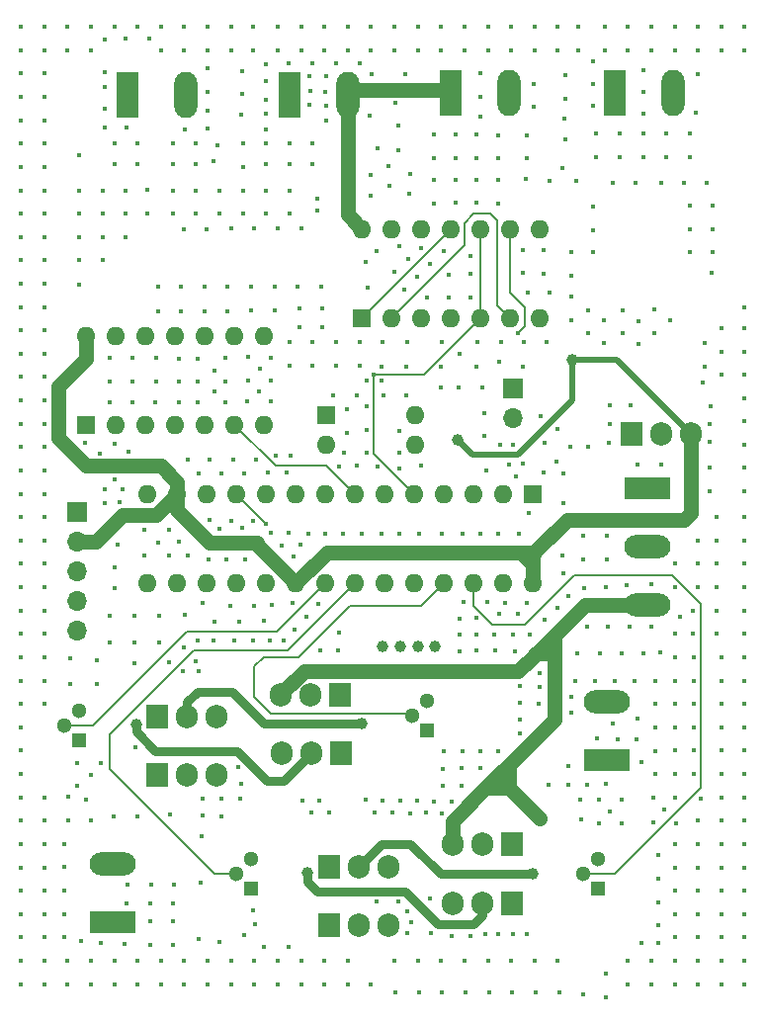
<source format=gbr>
%TF.GenerationSoftware,KiCad,Pcbnew,(6.0.2)*%
%TF.CreationDate,2022-03-08T08:53:00-06:00*%
%TF.ProjectId,FundamentalsRobot,46756e64-616d-4656-9e74-616c73526f62,rev?*%
%TF.SameCoordinates,Original*%
%TF.FileFunction,Copper,L4,Bot*%
%TF.FilePolarity,Positive*%
%FSLAX46Y46*%
G04 Gerber Fmt 4.6, Leading zero omitted, Abs format (unit mm)*
G04 Created by KiCad (PCBNEW (6.0.2)) date 2022-03-08 08:53:00*
%MOMM*%
%LPD*%
G01*
G04 APERTURE LIST*
%TA.AperFunction,ComponentPad*%
%ADD10R,1.905000X2.000000*%
%TD*%
%TA.AperFunction,ComponentPad*%
%ADD11O,1.905000X2.000000*%
%TD*%
%TA.AperFunction,ComponentPad*%
%ADD12R,1.300000X1.300000*%
%TD*%
%TA.AperFunction,ComponentPad*%
%ADD13C,1.300000*%
%TD*%
%TA.AperFunction,ComponentPad*%
%ADD14R,1.700000X1.700000*%
%TD*%
%TA.AperFunction,ComponentPad*%
%ADD15O,1.700000X1.700000*%
%TD*%
%TA.AperFunction,ComponentPad*%
%ADD16R,1.600000X1.600000*%
%TD*%
%TA.AperFunction,ComponentPad*%
%ADD17O,1.600000X1.600000*%
%TD*%
%TA.AperFunction,ComponentPad*%
%ADD18R,1.980000X3.960000*%
%TD*%
%TA.AperFunction,ComponentPad*%
%ADD19O,1.980000X3.960000*%
%TD*%
%TA.AperFunction,ComponentPad*%
%ADD20R,3.960000X1.980000*%
%TD*%
%TA.AperFunction,ComponentPad*%
%ADD21O,3.960000X1.980000*%
%TD*%
%TA.AperFunction,ComponentPad*%
%ADD22C,1.000000*%
%TD*%
%TA.AperFunction,ViaPad*%
%ADD23C,0.450000*%
%TD*%
%TA.AperFunction,ViaPad*%
%ADD24C,1.000000*%
%TD*%
%TA.AperFunction,Conductor*%
%ADD25C,1.270000*%
%TD*%
%TA.AperFunction,Conductor*%
%ADD26C,0.508000*%
%TD*%
%TA.AperFunction,Conductor*%
%ADD27C,0.762000*%
%TD*%
%TA.AperFunction,Conductor*%
%ADD28C,0.152400*%
%TD*%
%TA.AperFunction,Conductor*%
%ADD29C,0.146812*%
%TD*%
G04 APERTURE END LIST*
D10*
%TO.P,U2,1,IN*%
%TO.N,+BATT*%
X150320000Y-90860000D03*
D11*
%TO.P,U2,2,GND*%
%TO.N,GND*%
X152860000Y-90860000D03*
%TO.P,U2,3,OUT*%
%TO.N,+5V*%
X155400000Y-90860000D03*
%TD*%
D10*
%TO.P,Q4,1,G*%
%TO.N,LN2G*%
X125400000Y-118220000D03*
D11*
%TO.P,Q4,2,D*%
%TO.N,LM_NEG*%
X122860000Y-118220000D03*
%TO.P,Q4,3,S*%
%TO.N,GND*%
X120320000Y-118220000D03*
%TD*%
D12*
%TO.P,Q12,1,E*%
%TO.N,GND*%
X147440000Y-129775000D03*
D13*
%TO.P,Q12,2,B*%
%TO.N,RM_CCW*%
X146170000Y-128505000D03*
%TO.P,Q12,3,C*%
%TO.N,RP2G*%
X147440000Y-127235000D03*
%TD*%
D14*
%TO.P,SW1,1,1*%
%TO.N,GND*%
X140190000Y-86995000D03*
D15*
%TO.P,SW1,2,2*%
%TO.N,~MCLR*%
X140190000Y-89535000D03*
%TD*%
D16*
%TO.P,U1,1*%
%TO.N,L!Q*%
X127225000Y-80965000D03*
D17*
%TO.P,U1,2*%
%TO.N,LRST*%
X129765000Y-80965000D03*
%TO.P,U1,3*%
%TO.N,LQ*%
X132305000Y-80965000D03*
%TO.P,U1,4*%
%TO.N,R!Q*%
X134845000Y-80965000D03*
%TO.P,U1,5*%
%TO.N,RQ*%
X137385000Y-80965000D03*
%TO.P,U1,6*%
%TO.N,LRST*%
X139925000Y-80965000D03*
%TO.P,U1,7,GND*%
%TO.N,GND*%
X142465000Y-80965000D03*
%TO.P,U1,8*%
%TO.N,RSET*%
X142465000Y-73345000D03*
%TO.P,U1,9*%
%TO.N,R!Q*%
X139925000Y-73345000D03*
%TO.P,U1,10*%
%TO.N,RQ*%
X137385000Y-73345000D03*
%TO.P,U1,11*%
%TO.N,L!Q*%
X134845000Y-73345000D03*
%TO.P,U1,12*%
%TO.N,LSET*%
X132305000Y-73345000D03*
%TO.P,U1,13*%
%TO.N,LQ*%
X129765000Y-73345000D03*
%TO.P,U1,14,VCC*%
%TO.N,+5V*%
X127225000Y-73345000D03*
%TD*%
D12*
%TO.P,Q1,1,E*%
%TO.N,GND*%
X103020000Y-117130000D03*
D13*
%TO.P,Q1,2,B*%
%TO.N,LM_CW*%
X101750000Y-115860000D03*
%TO.P,Q1,3,C*%
%TO.N,LP1G*%
X103020000Y-114590000D03*
%TD*%
D18*
%TO.P,J5,1,Pin_1*%
%TO.N,LL_RH*%
X107160000Y-61790000D03*
D19*
%TO.P,J5,2,Pin_2*%
%TO.N,GND*%
X112160000Y-61790000D03*
%TD*%
D20*
%TO.P,J1,1,Pin_1*%
%TO.N,GND*%
X151680000Y-95505000D03*
D21*
%TO.P,J1,2,Pin_2*%
%TO.N,+BATT*%
X151680000Y-100505000D03*
%TO.P,J1,3,Pin_3*%
%TO.N,+8V*%
X151680000Y-105505000D03*
%TD*%
D18*
%TO.P,J6,1,Pin_1*%
%TO.N,GND*%
X148835000Y-61670000D03*
D19*
%TO.P,J6,2,Pin_2*%
%TO.N,RL_RH*%
X153835000Y-61670000D03*
%TD*%
D10*
%TO.P,Q10,1,G*%
%TO.N,RN2G*%
X140060000Y-131070000D03*
D11*
%TO.P,Q10,2,D*%
%TO.N,RM_NEG*%
X137520000Y-131070000D03*
%TO.P,Q10,3,S*%
%TO.N,GND*%
X134980000Y-131070000D03*
%TD*%
D10*
%TO.P,Q5,1,G*%
%TO.N,LP2G*%
X125380000Y-113205000D03*
D11*
%TO.P,Q5,2,S*%
%TO.N,LM_NEG*%
X122840000Y-113205000D03*
%TO.P,Q5,3,D*%
%TO.N,+8V*%
X120300000Y-113205000D03*
%TD*%
D20*
%TO.P,J8,1,Pin_1*%
%TO.N,RM_POS*%
X148200000Y-118815000D03*
D21*
%TO.P,J8,2,Pin_2*%
%TO.N,RM_NEG*%
X148200000Y-113815000D03*
%TD*%
D12*
%TO.P,Q6,1,E*%
%TO.N,GND*%
X132770000Y-116245000D03*
D13*
%TO.P,Q6,2,B*%
%TO.N,LM_CCW*%
X131500000Y-114975000D03*
%TO.P,Q6,3,C*%
%TO.N,LP2G*%
X132770000Y-113705000D03*
%TD*%
D18*
%TO.P,J7,1,Pin_1*%
%TO.N,+5V*%
X134845000Y-61670000D03*
D19*
%TO.P,J7,2,Pin_2*%
%TO.N,RSET*%
X139845000Y-61670000D03*
%TD*%
D10*
%TO.P,Q9,1,G*%
%TO.N,RN1G*%
X124370000Y-132950000D03*
D11*
%TO.P,Q9,2,D*%
%TO.N,RM_POS*%
X126910000Y-132950000D03*
%TO.P,Q9,3,S*%
%TO.N,GND*%
X129450000Y-132950000D03*
%TD*%
D14*
%TO.P,J3,1,Pin_1*%
%TO.N,~MCLR*%
X102810000Y-97590000D03*
D15*
%TO.P,J3,2,Pin_2*%
%TO.N,+5V*%
X102810000Y-100130000D03*
%TO.P,J3,3,Pin_3*%
%TO.N,GND*%
X102810000Y-102670000D03*
%TO.P,J3,4,Pin_4*%
%TO.N,TX*%
X102810000Y-105210000D03*
%TO.P,J3,5,Pin_5*%
%TO.N,RX*%
X102810000Y-107750000D03*
%TD*%
D10*
%TO.P,Q3,1,G*%
%TO.N,LN1G*%
X109710000Y-120120000D03*
D11*
%TO.P,Q3,2,D*%
%TO.N,LM_POS*%
X112250000Y-120120000D03*
%TO.P,Q3,3,S*%
%TO.N,GND*%
X114790000Y-120120000D03*
%TD*%
D12*
%TO.P,Q7,1,E*%
%TO.N,GND*%
X117730000Y-129840000D03*
D13*
%TO.P,Q7,2,B*%
%TO.N,RM_CW*%
X116460000Y-128570000D03*
%TO.P,Q7,3,C*%
%TO.N,RP1G*%
X117730000Y-127300000D03*
%TD*%
D22*
%TO.P,D1,1,RA*%
%TO.N,RL*%
X128990000Y-109030000D03*
%TO.P,D1,2,GA*%
%TO.N,GL*%
X131990000Y-109030000D03*
%TO.P,D1,3,BA*%
%TO.N,BL*%
X133490000Y-109030000D03*
%TO.P,D1,4,K*%
%TO.N,GND*%
X130490000Y-109030000D03*
%TD*%
D18*
%TO.P,J2,1,Pin_1*%
%TO.N,LSET*%
X120985000Y-61820000D03*
D19*
%TO.P,J2,2,Pin_2*%
%TO.N,+5V*%
X125985000Y-61820000D03*
%TD*%
D10*
%TO.P,Q11,1,G*%
%TO.N,RP2G*%
X140050000Y-126040000D03*
D11*
%TO.P,Q11,2,S*%
%TO.N,RM_NEG*%
X137510000Y-126040000D03*
%TO.P,Q11,3,D*%
%TO.N,+8V*%
X134970000Y-126040000D03*
%TD*%
D10*
%TO.P,Q2,1,G*%
%TO.N,LP1G*%
X109700000Y-115095000D03*
D11*
%TO.P,Q2,2,S*%
%TO.N,LM_POS*%
X112240000Y-115095000D03*
%TO.P,Q2,3,D*%
%TO.N,+8V*%
X114780000Y-115095000D03*
%TD*%
D16*
%TO.P,U3,1,~MCLR*%
%TO.N,~MCLR*%
X141860000Y-96045000D03*
D17*
%TO.P,U3,2,EMUD3/AN0/Vref+/CN2/RB0*%
%TO.N,LQ*%
X139320000Y-96045000D03*
%TO.P,U3,3,EMUC3/AN1/VREF-/CN3/RB1*%
%TO.N,TP3*%
X136780000Y-96045000D03*
%TO.P,U3,4,AN2/SS1/LVDIN/CN4/RB2*%
%TO.N,TP4*%
X134240000Y-96045000D03*
%TO.P,U3,5,AN3/CN5/RB3*%
%TO.N,RQ*%
X131700000Y-96045000D03*
%TO.P,U3,6,AN4/CN6/RB4*%
%TO.N,LRST*%
X129160000Y-96045000D03*
%TO.P,U3,7,AN5/CN7/RB5*%
%TO.N,BQ*%
X126620000Y-96045000D03*
%TO.P,U3,8,GND*%
%TO.N,GND*%
X124080000Y-96045000D03*
%TO.P,U3,9,OSC1/CLKI*%
X121540000Y-96045000D03*
%TO.P,U3,10,OSC2/CLKO/RC15*%
X119000000Y-96045000D03*
%TO.P,U3,11,EMUD1/SOSCI/T2CK/U1ATX/CN1/RC13*%
%TO.N,R_LIGHT*%
X116460000Y-96045000D03*
%TO.P,U3,12,EMUC1/SOSCO/T1CK/U1ARX/CN0/RC14*%
%TO.N,L_LIGHT*%
X113920000Y-96045000D03*
%TO.P,U3,13,VDD*%
%TO.N,+5V*%
X111380000Y-96045000D03*
%TO.P,U3,14,IC2/INT2/RD9*%
%TO.N,GND*%
X108840000Y-96045000D03*
%TO.P,U3,15,EMUC2/IC1/INT1/RD8*%
X108840000Y-103665000D03*
%TO.P,U3,16,SCK1/INT0/RF6*%
X111380000Y-103665000D03*
%TO.P,U3,17,PGD/EMUD/U1TX/SDO1/SCL/RF3*%
%TO.N,TX*%
X113920000Y-103665000D03*
%TO.P,U3,18,PGC/EMUC/U1RX/SDI1/SDA/RF2*%
%TO.N,RX*%
X116460000Y-103665000D03*
%TO.P,U3,19,GND*%
%TO.N,GND*%
X119000000Y-103665000D03*
%TO.P,U3,20,VDD*%
%TO.N,+5V*%
X121540000Y-103665000D03*
%TO.P,U3,21,CN18/RF5*%
%TO.N,LM_CW*%
X124080000Y-103665000D03*
%TO.P,U3,22,CN17/RF4*%
%TO.N,RM_CW*%
X126620000Y-103665000D03*
%TO.P,U3,23,AN9/OC2/RB9*%
%TO.N,RLED*%
X129160000Y-103665000D03*
%TO.P,U3,24,AN8/OC1/RB8*%
%TO.N,BLED*%
X131700000Y-103665000D03*
%TO.P,U3,25,EMUD2/AN7/RB7*%
%TO.N,LM_CCW*%
X134240000Y-103665000D03*
%TO.P,U3,26,AN6/OCFA/RB6*%
%TO.N,RM_CCW*%
X136780000Y-103665000D03*
%TO.P,U3,27,AGND*%
%TO.N,GND*%
X139320000Y-103665000D03*
%TO.P,U3,28,AVDD*%
%TO.N,+5V*%
X141860000Y-103665000D03*
%TD*%
D16*
%TO.P,U4,1*%
%TO.N,LQ*%
X103565000Y-90065000D03*
D17*
%TO.P,U4,2*%
%TO.N,RQ*%
X106105000Y-90065000D03*
%TO.P,U4,3*%
%TO.N,L!RNAND*%
X108645000Y-90065000D03*
%TO.P,U4,4*%
X111185000Y-90065000D03*
%TO.P,U4,5*%
%TO.N,B!Q*%
X113725000Y-90065000D03*
%TO.P,U4,6*%
%TO.N,BQ*%
X116265000Y-90065000D03*
%TO.P,U4,7,GND*%
%TO.N,GND*%
X118805000Y-90065000D03*
%TO.P,U4,8*%
%TO.N,B!Q*%
X118805000Y-82445000D03*
%TO.P,U4,9*%
%TO.N,BQ*%
X116265000Y-82445000D03*
%TO.P,U4,10*%
%TO.N,!LRST*%
X113725000Y-82445000D03*
%TO.P,U4,11*%
X111185000Y-82445000D03*
%TO.P,U4,12*%
%TO.N,LRST*%
X108645000Y-82445000D03*
%TO.P,U4,13*%
X106105000Y-82445000D03*
%TO.P,U4,14,VCC*%
%TO.N,+5V*%
X103565000Y-82445000D03*
%TD*%
D10*
%TO.P,Q8,1,G*%
%TO.N,RP1G*%
X124370000Y-127940000D03*
D11*
%TO.P,Q8,2,S*%
%TO.N,RM_POS*%
X126910000Y-127940000D03*
%TO.P,Q8,3,D*%
%TO.N,+8V*%
X129450000Y-127940000D03*
%TD*%
D16*
%TO.P,SW2,1*%
%TO.N,GND*%
X124125000Y-89270000D03*
D17*
%TO.P,SW2,2*%
X124125000Y-91810000D03*
%TO.P,SW2,3*%
%TO.N,TP4*%
X131745000Y-91810000D03*
%TO.P,SW2,4*%
%TO.N,TP3*%
X131745000Y-89270000D03*
%TD*%
D20*
%TO.P,J4,1,Pin_1*%
%TO.N,LM_POS*%
X105870000Y-132700000D03*
D21*
%TO.P,J4,2,Pin_2*%
%TO.N,LM_NEG*%
X105870000Y-127700000D03*
%TD*%
D23*
%TO.N,GND*%
X123400000Y-71700000D03*
X127970000Y-70440000D03*
X129610000Y-69640000D03*
X127990000Y-68720000D03*
X100000000Y-106000000D03*
X160000000Y-58000000D03*
X100000000Y-72000000D03*
X156000000Y-102000000D03*
X116000000Y-136000000D03*
X137700000Y-89060000D03*
X117000000Y-66000000D03*
X106030000Y-104040000D03*
X147950000Y-81090000D03*
X131920000Y-122310000D03*
X159950000Y-83810000D03*
X106000000Y-138000000D03*
X118000000Y-138000000D03*
X159990000Y-91770000D03*
X151340000Y-109690000D03*
X150630000Y-69380000D03*
X122730000Y-62660000D03*
X160000000Y-128000000D03*
X122000000Y-56000000D03*
X139520000Y-105320000D03*
X138880000Y-118030000D03*
X131330000Y-68560000D03*
X155670000Y-110000000D03*
X158000000Y-126000000D03*
X158000000Y-118000000D03*
X127000000Y-83000000D03*
X108000000Y-136000000D03*
X100000000Y-80000000D03*
X160000000Y-108000000D03*
X154000000Y-130000000D03*
X113600000Y-122150000D03*
X107150000Y-129470000D03*
X100000000Y-124000000D03*
X121470000Y-107630000D03*
X126780000Y-87540000D03*
X144420000Y-101290000D03*
X115190000Y-122150000D03*
X121000000Y-67730000D03*
X106020000Y-102300000D03*
X147480000Y-124210000D03*
X106990000Y-56980000D03*
X124000000Y-138000000D03*
X119000000Y-62220000D03*
X104000000Y-136000000D03*
X111940000Y-109190000D03*
X116750000Y-122150000D03*
X113720000Y-78250000D03*
X152580000Y-126970000D03*
X152310000Y-112010000D03*
X127610000Y-90500000D03*
X156000000Y-132000000D03*
X145490000Y-112030000D03*
X107580000Y-84390000D03*
X102040000Y-123980000D03*
X152000000Y-138000000D03*
X140560000Y-106260000D03*
X107970000Y-123610000D03*
X127180000Y-99430000D03*
X132000000Y-58000000D03*
X155810000Y-63340000D03*
X115990000Y-73290000D03*
X100000000Y-98000000D03*
X133100000Y-133620000D03*
X147300000Y-67140000D03*
X139100000Y-83000000D03*
X146480000Y-107370000D03*
X159950000Y-87810000D03*
X146980000Y-62760000D03*
X119000000Y-66000000D03*
X139800000Y-93490000D03*
X156000000Y-134000000D03*
X159950000Y-81810000D03*
X132800000Y-79220000D03*
X114030000Y-64740000D03*
X120000000Y-58000000D03*
X144880000Y-120910000D03*
X111070000Y-131110000D03*
X100000000Y-56000000D03*
X135810000Y-99440000D03*
X107590000Y-88160000D03*
X127600000Y-86300000D03*
X114200000Y-93030000D03*
X138870000Y-71110000D03*
X100000000Y-58000000D03*
X158000000Y-114000000D03*
X150000000Y-58000000D03*
X134020000Y-123340000D03*
X118990000Y-59210000D03*
X112000000Y-58000000D03*
X117890000Y-58000000D03*
X117450000Y-84300000D03*
X151300000Y-67140000D03*
X100000000Y-134000000D03*
X107060000Y-64640000D03*
X100000000Y-68000000D03*
X156000000Y-100000000D03*
X115000000Y-70000000D03*
X137350000Y-99450000D03*
X152580000Y-128970000D03*
X118470000Y-85300000D03*
X147040000Y-73390000D03*
X128900000Y-86300000D03*
X157600000Y-98000000D03*
X126000000Y-58000000D03*
X105220000Y-96790000D03*
X107580000Y-86390000D03*
X148190000Y-101620000D03*
X123590000Y-122280000D03*
X107770000Y-106430000D03*
X149480000Y-122210000D03*
X116000000Y-56000000D03*
X137370000Y-118020000D03*
X128000000Y-56000000D03*
X110000000Y-138000000D03*
X152310000Y-114010000D03*
X152000000Y-136000000D03*
X102000000Y-136000000D03*
X115530000Y-84360000D03*
X154000000Y-128000000D03*
X142380000Y-113970000D03*
X98000000Y-122000000D03*
X120900000Y-134770000D03*
X158000000Y-138000000D03*
X155670000Y-120000000D03*
X104040000Y-123980000D03*
X152280000Y-82200000D03*
X102000000Y-138000000D03*
X141950000Y-60860000D03*
X100000000Y-114000000D03*
X110000000Y-136000000D03*
X103000000Y-75990000D03*
X98000000Y-90000000D03*
X131320000Y-123340000D03*
X100000000Y-112000000D03*
X121720000Y-78270000D03*
X154000000Y-108000000D03*
X107000000Y-72000000D03*
X100000000Y-82000000D03*
X100000000Y-132000000D03*
X110000000Y-58000000D03*
X140180000Y-91820000D03*
X137040000Y-67240000D03*
X155580000Y-106010000D03*
X157600000Y-102000000D03*
X106010000Y-67730000D03*
X157190000Y-77090000D03*
X131190000Y-75910000D03*
X132100000Y-138700000D03*
X138880000Y-65270000D03*
X113160000Y-88200000D03*
X120920000Y-59100000D03*
X113260000Y-134120000D03*
X98000000Y-112000000D03*
X98000000Y-56000000D03*
X154000000Y-122000000D03*
X140000000Y-136000000D03*
X142820000Y-94210000D03*
X111070000Y-132650000D03*
X98000000Y-120000000D03*
X132680000Y-123320000D03*
X150930000Y-81180000D03*
X105170000Y-63010000D03*
X98000000Y-114000000D03*
X98000000Y-74000000D03*
X123000000Y-85000000D03*
X143890000Y-93250000D03*
X98000000Y-138000000D03*
X142000000Y-58000000D03*
X140970000Y-77100000D03*
X124100000Y-61540000D03*
X111000000Y-72000000D03*
X145110000Y-114780000D03*
X109580000Y-84390000D03*
X116590000Y-119390000D03*
X133370000Y-71100000D03*
X98000000Y-108000000D03*
X115910000Y-105620000D03*
X122660000Y-99380000D03*
X105160000Y-57070000D03*
X159990000Y-95770000D03*
X140970000Y-75100000D03*
X112000000Y-56000000D03*
X115010000Y-134370000D03*
X145110000Y-113350000D03*
X137320000Y-63720000D03*
X155270000Y-75290000D03*
X130000000Y-58000000D03*
X160000000Y-102000000D03*
X157050000Y-88520000D03*
X126800000Y-93590000D03*
X140170000Y-108040000D03*
X150820000Y-93520000D03*
X121080000Y-92730000D03*
X109530000Y-88190000D03*
X117850000Y-108570000D03*
X141950000Y-62860000D03*
X119010000Y-64800000D03*
X108000000Y-56000000D03*
X111530000Y-88190000D03*
X102040000Y-121980000D03*
X119130000Y-94200000D03*
X145910000Y-122220000D03*
X114550000Y-85460000D03*
X130100000Y-138700000D03*
X98000000Y-124000000D03*
X141270000Y-69000000D03*
X100000000Y-138000000D03*
X120800000Y-94200000D03*
X109730000Y-100220000D03*
X113000000Y-72000000D03*
X133940000Y-86900000D03*
X123850000Y-81720000D03*
X141310000Y-67280000D03*
X158000000Y-132000000D03*
X103000000Y-78070000D03*
X111950000Y-73320000D03*
X130330000Y-64420000D03*
X140000000Y-56000000D03*
X156000000Y-126000000D03*
X105580000Y-84390000D03*
X141370000Y-133720000D03*
X104000000Y-58000000D03*
X160000000Y-136000000D03*
X140330000Y-109460000D03*
X143930000Y-105780000D03*
X116850000Y-120870000D03*
X142890000Y-91610000D03*
X138910000Y-133690000D03*
X143000000Y-83000000D03*
X156000000Y-104000000D03*
X140420000Y-94510000D03*
X111070000Y-134650000D03*
X152050000Y-103760000D03*
X158000000Y-112000000D03*
X124000000Y-58000000D03*
X105000000Y-70000000D03*
X112020000Y-64760000D03*
X130410000Y-74800000D03*
X100000000Y-78000000D03*
X137890000Y-94040000D03*
X131100000Y-133620000D03*
X152310000Y-116010000D03*
X100000000Y-92000000D03*
X133420000Y-122350000D03*
X117000000Y-68000000D03*
X127610000Y-88500000D03*
X128480000Y-130900000D03*
X151300000Y-65140000D03*
X146980000Y-58920000D03*
X159990000Y-89770000D03*
X147180000Y-112020000D03*
X112000000Y-136000000D03*
X137350000Y-61970000D03*
X98000000Y-116000000D03*
X116200000Y-93030000D03*
X151170000Y-118950000D03*
X121980000Y-100310000D03*
X154000000Y-104000000D03*
X134080000Y-99440000D03*
X148270000Y-107370000D03*
X111530000Y-84400000D03*
X107810000Y-117670000D03*
X159930000Y-80070000D03*
X130520000Y-122290000D03*
X110000000Y-56000000D03*
X154000000Y-56000000D03*
X113000000Y-66000000D03*
X121850000Y-81720000D03*
X151320000Y-59700000D03*
X112000000Y-138000000D03*
X110700000Y-99050000D03*
X98000000Y-136000000D03*
X117710000Y-80320000D03*
X124780000Y-87540000D03*
X155270000Y-71350000D03*
X158000000Y-56000000D03*
X150000000Y-138000000D03*
X149100000Y-117070000D03*
X115720000Y-80340000D03*
X138650000Y-109450000D03*
X122000000Y-58000000D03*
X135560000Y-109460000D03*
X107000000Y-70000000D03*
X140760000Y-116520000D03*
X149530000Y-82250000D03*
X145130000Y-81120000D03*
X116000000Y-138000000D03*
X123400000Y-70700000D03*
X104780000Y-92520000D03*
X144000000Y-58000000D03*
X155670000Y-114010000D03*
X98000000Y-84000000D03*
X98000000Y-72000000D03*
X98000000Y-88000000D03*
X120000000Y-138000000D03*
X105580000Y-86390000D03*
X150110000Y-107380000D03*
X119840000Y-92730000D03*
X100000000Y-126000000D03*
X109740000Y-80360000D03*
X119020000Y-63470000D03*
X134140000Y-121020000D03*
X151150000Y-134470000D03*
X156590000Y-85120000D03*
X117990000Y-105620000D03*
X105590000Y-88160000D03*
X107750000Y-110500000D03*
X104500000Y-110250000D03*
X138000000Y-58000000D03*
X98000000Y-78000000D03*
X135780000Y-119510000D03*
X98000000Y-134000000D03*
X130460000Y-90650000D03*
X158040000Y-83800000D03*
X126000000Y-56000000D03*
X138890000Y-99440000D03*
X137540000Y-86890000D03*
X105180000Y-59860000D03*
X132000000Y-136000000D03*
X121000000Y-83000000D03*
X98000000Y-128000000D03*
X137330000Y-119520000D03*
X112340000Y-101280000D03*
X136530000Y-79190000D03*
X114170000Y-98268500D03*
X100000000Y-136000000D03*
X158000000Y-134000000D03*
X122880000Y-123310000D03*
X114010000Y-63160000D03*
X154000000Y-112000000D03*
X133050000Y-130690000D03*
X160000000Y-56000000D03*
X101740000Y-125990000D03*
X140000000Y-58000000D03*
X103170000Y-134340000D03*
X119710000Y-80320000D03*
X98000000Y-70000000D03*
X155670000Y-112010000D03*
X125660000Y-92450000D03*
X158040000Y-81800000D03*
X100000000Y-86000000D03*
X160000000Y-134000000D03*
X146150000Y-99630000D03*
X157230000Y-73350000D03*
X106850000Y-134530000D03*
X133380000Y-65250000D03*
X113720000Y-80340000D03*
X155670000Y-116020000D03*
X125270000Y-93680000D03*
X154000000Y-132000000D03*
X154000000Y-102000000D03*
X125900000Y-88770000D03*
X138000000Y-56000000D03*
X147040000Y-71390000D03*
X100000000Y-74000000D03*
X154000000Y-110000000D03*
X157030000Y-93770000D03*
X130420000Y-93810000D03*
X135270000Y-67220000D03*
X154480000Y-106550000D03*
X119400000Y-86310000D03*
X147610000Y-109680000D03*
X125000000Y-83000000D03*
X152000000Y-58000000D03*
X113160000Y-84410000D03*
X148490000Y-123180000D03*
X158000000Y-110000000D03*
X116900000Y-63530000D03*
X148400000Y-91610000D03*
X100000000Y-90000000D03*
X133370000Y-69100000D03*
X108580000Y-99050000D03*
X121000000Y-85000000D03*
X98000000Y-86000000D03*
X126000000Y-136000000D03*
X130000000Y-56000000D03*
X129810000Y-123320000D03*
X148000000Y-56000000D03*
X102850000Y-121050000D03*
X122080000Y-122260000D03*
X155590000Y-108000000D03*
X156000000Y-136000000D03*
X121000000Y-70000000D03*
X124130000Y-60200000D03*
X137100000Y-83000000D03*
X123720000Y-78270000D03*
X154000000Y-136000000D03*
X115020000Y-98970000D03*
X130070000Y-62480000D03*
X156000000Y-130000000D03*
X123850000Y-80140000D03*
X160000000Y-122000000D03*
X110700000Y-110400000D03*
X137050000Y-106630000D03*
X135920000Y-105300000D03*
X107770000Y-108750000D03*
X113000000Y-67750000D03*
X153300000Y-65140000D03*
X103580000Y-122210000D03*
X130020000Y-76950000D03*
X156000000Y-58000000D03*
X144000000Y-56000000D03*
X117850000Y-131720000D03*
X135610000Y-84030000D03*
X145660000Y-109690000D03*
X133080000Y-76300000D03*
X160000000Y-132000000D03*
X98000000Y-118000000D03*
X127500000Y-76150000D03*
X160000000Y-106000000D03*
X100000000Y-96000000D03*
X106330000Y-100320000D03*
X109850000Y-108750000D03*
X118000000Y-136000000D03*
X120520000Y-108540000D03*
X103000000Y-72000000D03*
X124000000Y-136000000D03*
X156000000Y-138000000D03*
X123460000Y-105430000D03*
X134930000Y-133890000D03*
X128310000Y-123280000D03*
X144470000Y-94220000D03*
X113160000Y-86410000D03*
X128470000Y-75240000D03*
X138980000Y-84710000D03*
X132120000Y-99440000D03*
X109850000Y-106430000D03*
X147480000Y-122210000D03*
X148690000Y-69380000D03*
X122750000Y-60180000D03*
X142810000Y-75130000D03*
X111000000Y-66000000D03*
X147310000Y-116970000D03*
X101740000Y-127990000D03*
X123000000Y-83000000D03*
X138870000Y-69110000D03*
X154000000Y-114000000D03*
X148150000Y-103960000D03*
X114520000Y-108570000D03*
X98000000Y-60000000D03*
X121310000Y-105380000D03*
X123000000Y-67730000D03*
X151320000Y-61560000D03*
X150580000Y-112010000D03*
X105650000Y-108750000D03*
X117110000Y-133760000D03*
X154840000Y-69390000D03*
X117220000Y-101630000D03*
X98000000Y-80000000D03*
X138960000Y-106240000D03*
X135540000Y-86890000D03*
X111000000Y-67750000D03*
X134160000Y-119530000D03*
X144440000Y-102770000D03*
X112980000Y-110320000D03*
X149480000Y-124210000D03*
X112020000Y-106370000D03*
X115570000Y-101630000D03*
X119530000Y-105510000D03*
X98000000Y-132000000D03*
X144490000Y-96810000D03*
X102000000Y-58000000D03*
X148190000Y-99620000D03*
X148690000Y-115650000D03*
X154000000Y-138000000D03*
X100000000Y-130000000D03*
X109150000Y-129470000D03*
X160000000Y-112000000D03*
X102850000Y-119050000D03*
X147950000Y-83090000D03*
X106740000Y-95590000D03*
X117400000Y-88100000D03*
X150930000Y-83180000D03*
X117450000Y-86300000D03*
X140700000Y-99440000D03*
X138000000Y-136000000D03*
X154000000Y-126000000D03*
X131040000Y-87580000D03*
X98000000Y-106000000D03*
X144610000Y-65670000D03*
X117000000Y-70000000D03*
X101740000Y-129990000D03*
X109090000Y-132600000D03*
X135260000Y-69070000D03*
X121000000Y-72000000D03*
X142810000Y-77130000D03*
X123000000Y-66000000D03*
X138880000Y-67270000D03*
X148100000Y-139100000D03*
X106450000Y-96740000D03*
X153590000Y-81090000D03*
X108870000Y-71990000D03*
X158000000Y-124000000D03*
X111150000Y-129470000D03*
X125240000Y-107860000D03*
X136000000Y-56000000D03*
X158000000Y-136000000D03*
X117000000Y-72000000D03*
X146980000Y-60920000D03*
X158000000Y-58000000D03*
X98000000Y-64000000D03*
X131410000Y-132710000D03*
X123000000Y-59120000D03*
X111740000Y-80360000D03*
X143280000Y-78750000D03*
X140760000Y-113880000D03*
X125190000Y-109430000D03*
X160000000Y-100000000D03*
X135820000Y-118010000D03*
X109090000Y-134600000D03*
X119400000Y-84310000D03*
X101740000Y-133990000D03*
X141350000Y-105370000D03*
X156000000Y-56000000D03*
X136000000Y-58000000D03*
X157020000Y-91510000D03*
X149530000Y-80250000D03*
X98000000Y-58000000D03*
X141440000Y-78720000D03*
X143190000Y-120920000D03*
X116930000Y-59780000D03*
X117720000Y-78250000D03*
X134000000Y-85100000D03*
X114000000Y-136000000D03*
X137040000Y-65240000D03*
X134000000Y-58000000D03*
X151310000Y-63430000D03*
X119000000Y-70000000D03*
X98000000Y-82000000D03*
X100000000Y-70000000D03*
X153090000Y-123080000D03*
X145130000Y-79120000D03*
X141560000Y-108030000D03*
X148000000Y-58000000D03*
X122760000Y-61520000D03*
X139060000Y-91840000D03*
X116270000Y-108560000D03*
X109580000Y-86390000D03*
X159950000Y-85810000D03*
X152310000Y-118010000D03*
X100000000Y-100000000D03*
X157030000Y-95770000D03*
X128570000Y-93640000D03*
X111900000Y-111170000D03*
X141100000Y-83000000D03*
X144580000Y-63900000D03*
X117140000Y-94280000D03*
X149300000Y-67140000D03*
X152190000Y-124170000D03*
X108010000Y-67750000D03*
X114000000Y-138000000D03*
X152580000Y-132970000D03*
X155300000Y-67140000D03*
X118850000Y-134800000D03*
X140990000Y-93390000D03*
X130910000Y-60060000D03*
X136530000Y-77190000D03*
X104500000Y-112250000D03*
X144390000Y-68100000D03*
X108000000Y-66000000D03*
X137050000Y-109430000D03*
X160000000Y-126000000D03*
X114080000Y-101640000D03*
X115720000Y-78250000D03*
X141540000Y-97620000D03*
X146630000Y-80250000D03*
X149450000Y-109690000D03*
X134100000Y-83000000D03*
X149920000Y-103820000D03*
X156780000Y-69390000D03*
X152310000Y-120010000D03*
X130860000Y-78510000D03*
X155990000Y-60050000D03*
X107220000Y-92410000D03*
X144100000Y-138700000D03*
X140100000Y-138700000D03*
X152000000Y-56000000D03*
X131000000Y-85100000D03*
X144610000Y-60150000D03*
X124000000Y-56000000D03*
X130340000Y-130900000D03*
X132280000Y-74980000D03*
X130450000Y-99440000D03*
X129040000Y-87580000D03*
X152620000Y-134480000D03*
X156440000Y-86480000D03*
X129000000Y-83000000D03*
X117920000Y-98300000D03*
X146470000Y-120900000D03*
X114550000Y-87250000D03*
X157600000Y-100000000D03*
X142850000Y-106820000D03*
X127880000Y-63600000D03*
X116020000Y-98280000D03*
X142520000Y-89310000D03*
X117890000Y-56000000D03*
X160000000Y-116000000D03*
X128590000Y-66370000D03*
X160000000Y-138000000D03*
X100000000Y-102000000D03*
X108990000Y-56980000D03*
X108870000Y-69990000D03*
X121850000Y-80140000D03*
X144610000Y-62150000D03*
X119000000Y-67730000D03*
X136100000Y-138700000D03*
X106000000Y-136000000D03*
X150780000Y-117010000D03*
X154000000Y-120000000D03*
X128900000Y-85100000D03*
X145750000Y-56010000D03*
X106000000Y-56000000D03*
X105230000Y-95600000D03*
X114000000Y-56000000D03*
X154000000Y-134000000D03*
X124130000Y-64020000D03*
X138570000Y-108020000D03*
X109720000Y-78250000D03*
X113520000Y-125340000D03*
X119400000Y-99360000D03*
X138100000Y-138700000D03*
X133380000Y-67250000D03*
X104850000Y-119050000D03*
X98000000Y-76000000D03*
X140740000Y-115310000D03*
X127660000Y-92450000D03*
X157600000Y-108000000D03*
X142000000Y-136000000D03*
X127710000Y-78380000D03*
X118390000Y-87220000D03*
X152000000Y-107380000D03*
X134000000Y-136000000D03*
X152750000Y-109560000D03*
X127510000Y-122230000D03*
X146200000Y-138900000D03*
X98000000Y-126000000D03*
X126000000Y-138000000D03*
X112280000Y-93030000D03*
X145980000Y-123910000D03*
X115200000Y-123600000D03*
X150790000Y-115240000D03*
X123670000Y-109440000D03*
X131960000Y-77420000D03*
X155670000Y-118000000D03*
X136540000Y-133870000D03*
X155270000Y-73350000D03*
X120000000Y-56000000D03*
X109070000Y-131110000D03*
X104000000Y-138000000D03*
X98000000Y-62000000D03*
X107070000Y-131110000D03*
X115530000Y-88150000D03*
X156200000Y-122100000D03*
X106970000Y-73980000D03*
X152200000Y-122040000D03*
X100000000Y-104000000D03*
X100000000Y-60000000D03*
X116980000Y-98950000D03*
X154100000Y-124200000D03*
X105000000Y-73990000D03*
X119000000Y-72000000D03*
X128050000Y-60080000D03*
X113550000Y-105310000D03*
X105180000Y-61120000D03*
X98000000Y-130000000D03*
X158000000Y-128000000D03*
X114010000Y-59540000D03*
X113200000Y-94250000D03*
X144000000Y-90440000D03*
X100000000Y-128000000D03*
X145070000Y-92010000D03*
X136530000Y-75670000D03*
X121340000Y-101350000D03*
X132300000Y-93570000D03*
X154000000Y-58000000D03*
X130400000Y-92450000D03*
X120030000Y-73290000D03*
X137750000Y-133700000D03*
X150000000Y-136000000D03*
X153300000Y-67140000D03*
X119720000Y-78250000D03*
X148090000Y-120850000D03*
X127000000Y-85000000D03*
X119400000Y-88100000D03*
X106000000Y-91680000D03*
X98000000Y-96000000D03*
X137350000Y-59970000D03*
X124140000Y-62730000D03*
X105170000Y-64640000D03*
X145130000Y-75330000D03*
X160000000Y-110000000D03*
X135270000Y-65220000D03*
X114620000Y-106930000D03*
X146550000Y-91980000D03*
X98000000Y-94000000D03*
X105970000Y-123610000D03*
X154000000Y-118000000D03*
X116930000Y-61780000D03*
X128000000Y-58000000D03*
X119350000Y-108560000D03*
X145750000Y-58010000D03*
X114840000Y-66140000D03*
X142100000Y-138700000D03*
X148100000Y-137100000D03*
X137700000Y-91060000D03*
X103000000Y-70000000D03*
X137050000Y-108040000D03*
X157600000Y-104000000D03*
X110690000Y-101270000D03*
X115530000Y-86360000D03*
X98000000Y-104000000D03*
X102000000Y-56000000D03*
X111530000Y-86400000D03*
X105000000Y-75990000D03*
X142410000Y-111330000D03*
X104000000Y-56000000D03*
X114490000Y-67500000D03*
X152820000Y-93520000D03*
X100000000Y-84000000D03*
X135760000Y-121020000D03*
X118070000Y-132900000D03*
X147300000Y-65140000D03*
X134930000Y-122370000D03*
X121000000Y-66000000D03*
X111580000Y-100080000D03*
X122000000Y-136000000D03*
X124080000Y-99430000D03*
X156590000Y-83120000D03*
X160000000Y-104000000D03*
X160000000Y-120000000D03*
X116700000Y-106930000D03*
X102250000Y-112250000D03*
X158000000Y-120000000D03*
X137920000Y-105300000D03*
X149300000Y-65140000D03*
X104880000Y-134500000D03*
X100000000Y-94000000D03*
X120000000Y-136000000D03*
X110750000Y-123460000D03*
X160000000Y-118000000D03*
X158040000Y-85800000D03*
X100000000Y-64000000D03*
X134100000Y-138700000D03*
X136000000Y-136000000D03*
X98000000Y-66000000D03*
X140170000Y-133730000D03*
X152280000Y-80200000D03*
X100000000Y-122000000D03*
X147040000Y-75330000D03*
X148890000Y-112020000D03*
X142400000Y-112560000D03*
X129502094Y-67930000D03*
X130330000Y-66570000D03*
X131300000Y-70310000D03*
X113610000Y-123590000D03*
X131100000Y-83000000D03*
X157230000Y-71350000D03*
X152840000Y-69390000D03*
X137000000Y-85100000D03*
X132000000Y-56000000D03*
X142000000Y-56000000D03*
X118140000Y-93060000D03*
X106000000Y-66000000D03*
X134640000Y-79220000D03*
X146630000Y-82250000D03*
X160000000Y-124000000D03*
X113000000Y-70000000D03*
X128890000Y-99440000D03*
X113950000Y-73320000D03*
X140760000Y-112450000D03*
X134000000Y-56000000D03*
X148430000Y-89980000D03*
X98000000Y-98000000D03*
X100000000Y-88000000D03*
X150000000Y-56000000D03*
X125560000Y-99430000D03*
X125000000Y-85000000D03*
X160000000Y-114000000D03*
X103000000Y-67000000D03*
X115200000Y-94250000D03*
X116000000Y-58000000D03*
X100000000Y-66000000D03*
X135560000Y-106660000D03*
X157600000Y-106000000D03*
X131090000Y-131760000D03*
X106000000Y-94780000D03*
X129010000Y-122270000D03*
X105650000Y-106430000D03*
X98000000Y-102000000D03*
X152580000Y-130970000D03*
X146150000Y-101630000D03*
X103530000Y-91630000D03*
X148420000Y-88390000D03*
X98000000Y-110000000D03*
X117990000Y-73290000D03*
X154000000Y-116000000D03*
X103980000Y-120060000D03*
X118990000Y-60680000D03*
X128000000Y-138000000D03*
X141000000Y-85100000D03*
X100000000Y-76000000D03*
X144860000Y-104750000D03*
X108570000Y-101270000D03*
X114010000Y-61540000D03*
X146240000Y-104050000D03*
X118860000Y-106830000D03*
X130000000Y-136000000D03*
X160000000Y-130000000D03*
X100000000Y-62000000D03*
X156000000Y-128000000D03*
X134200000Y-75180000D03*
X111000000Y-70000000D03*
X159990000Y-93770000D03*
X127030000Y-59140000D03*
X135260000Y-71070000D03*
X100000000Y-108000000D03*
X134640000Y-77220000D03*
X113420000Y-129330000D03*
X122470000Y-106540000D03*
X114000000Y-58000000D03*
X150190000Y-88390000D03*
X124390000Y-123330000D03*
X160000000Y-98000000D03*
X156000000Y-124000000D03*
X120320000Y-100440000D03*
X115000000Y-72000000D03*
X135560000Y-108070000D03*
X145600000Y-69200000D03*
X102250000Y-110130000D03*
X141310000Y-65280000D03*
X144000000Y-136000000D03*
X145130000Y-77330000D03*
X105000000Y-72000000D03*
X122030000Y-73290000D03*
X103000000Y-73990000D03*
X108000000Y-138000000D03*
X158000000Y-116000000D03*
X111720000Y-78250000D03*
X113150000Y-108560000D03*
X155300000Y-65140000D03*
X120940000Y-99360000D03*
X125900000Y-90770000D03*
X101740000Y-131990000D03*
X158000000Y-122000000D03*
X137030000Y-69090000D03*
X98000000Y-92000000D03*
X113200000Y-111180000D03*
X100000000Y-110000000D03*
X137030000Y-71090000D03*
X125000000Y-59140000D03*
X143250000Y-69200000D03*
X157030000Y-90010000D03*
X98000000Y-100000000D03*
X122000000Y-138000000D03*
X144870000Y-119320000D03*
X98000000Y-68000000D03*
X157230000Y-75290000D03*
X158000000Y-130000000D03*
X134240000Y-118040000D03*
D24*
%TO.N,+5V*%
X135390000Y-91350000D03*
X145230000Y-84540000D03*
%TO.N,+8V*%
X142400000Y-123800000D03*
%TO.N,LM_POS*%
X127220000Y-115700000D03*
%TO.N,LM_NEG*%
X107870000Y-115730000D03*
%TO.N,RM_POS*%
X141840000Y-128560000D03*
%TO.N,RM_NEG*%
X122530000Y-128460000D03*
D23*
%TO.N,R_LIGHT*%
X119000000Y-98600000D03*
%TO.N,R!Q*%
X140600000Y-82200000D03*
%TO.N,RQ*%
X128200000Y-85800000D03*
%TD*%
D25*
%TO.N,+5V*%
X125985000Y-61820000D02*
X126384511Y-61420489D01*
X126384511Y-61420489D02*
X134595489Y-61420489D01*
X134595489Y-61420489D02*
X134845000Y-61670000D01*
X127225000Y-73345000D02*
X125985000Y-72105000D01*
X125985000Y-72105000D02*
X125985000Y-61820000D01*
X106730489Y-97849511D02*
X104450000Y-100130000D01*
X118200000Y-100325000D02*
X121540000Y-103665000D01*
D26*
X149080000Y-84540000D02*
X155400000Y-90860000D01*
D25*
X141860000Y-102060000D02*
X141860000Y-103665000D01*
X141400000Y-101600000D02*
X141860000Y-102060000D01*
X142000000Y-101000000D02*
X140800000Y-101000000D01*
X154800000Y-98200000D02*
X155400000Y-97600000D01*
X111380000Y-96045000D02*
X111380000Y-97380000D01*
X141860000Y-101140000D02*
X141860000Y-102060000D01*
X103565000Y-82445000D02*
X103565000Y-84435000D01*
X104450000Y-100130000D02*
X102810000Y-100130000D01*
X124200000Y-101000000D02*
X140800000Y-101000000D01*
X101200000Y-91200000D02*
X103600000Y-93600000D01*
X103565000Y-84435000D02*
X101200000Y-86800000D01*
D26*
X145230000Y-84540000D02*
X149080000Y-84540000D01*
D25*
X110000000Y-93600000D02*
X111380000Y-94980000D01*
X142100000Y-100900000D02*
X142000000Y-101000000D01*
D26*
X140590000Y-92640000D02*
X136680000Y-92640000D01*
D25*
X124200000Y-101005000D02*
X124200000Y-101000000D01*
X101200000Y-86800000D02*
X101200000Y-91200000D01*
X111380000Y-97380000D02*
X114200000Y-100200000D01*
D26*
X145230000Y-88000000D02*
X140590000Y-92640000D01*
D25*
X144800000Y-98200000D02*
X154800000Y-98200000D01*
D26*
X145230000Y-84540000D02*
X145230000Y-88000000D01*
D25*
X111380000Y-96045000D02*
X109575489Y-97849511D01*
X142100000Y-100900000D02*
X144800000Y-98200000D01*
X111380000Y-94980000D02*
X111380000Y-96045000D01*
X141400000Y-101600000D02*
X142100000Y-100900000D01*
X109575489Y-97849511D02*
X106730489Y-97849511D01*
X155400000Y-97600000D02*
X155400000Y-90860000D01*
X103600000Y-93600000D02*
X110000000Y-93600000D01*
X114200000Y-100200000D02*
X118200000Y-100200000D01*
D26*
X136680000Y-92640000D02*
X135390000Y-91350000D01*
D25*
X142100000Y-100900000D02*
X141860000Y-101140000D01*
X118200000Y-100200000D02*
X118200000Y-100325000D01*
X140800000Y-101000000D02*
X141400000Y-101600000D01*
X121540000Y-103665000D02*
X124200000Y-101005000D01*
%TO.N,+8V*%
X138000000Y-121200000D02*
X137900000Y-121100000D01*
X146295000Y-105505000D02*
X143700000Y-108100000D01*
X139800000Y-121200000D02*
X138000000Y-121200000D01*
X139800000Y-121200000D02*
X139800000Y-119400000D01*
X141900000Y-109900000D02*
X142100000Y-109700000D01*
X140600000Y-111200000D02*
X122270273Y-111200000D01*
X142100000Y-109700000D02*
X143700000Y-109700000D01*
X143700000Y-109700000D02*
X143700000Y-108100000D01*
X139800000Y-121200000D02*
X138800000Y-120200000D01*
X139800000Y-119400000D02*
X139700000Y-119300000D01*
X143700000Y-108100000D02*
X141900000Y-109900000D01*
X138800000Y-120200000D02*
X139700000Y-119300000D01*
X139700000Y-119300000D02*
X143700000Y-115300000D01*
X141900000Y-109900000D02*
X140600000Y-111200000D01*
X137900000Y-121100000D02*
X138800000Y-120200000D01*
X134970000Y-126040000D02*
X134970000Y-124030000D01*
X142400000Y-123800000D02*
X139800000Y-121200000D01*
X120300000Y-113170273D02*
X120300000Y-113205000D01*
X151680000Y-105505000D02*
X146295000Y-105505000D01*
X122270273Y-111200000D02*
X120300000Y-113170273D01*
X134970000Y-124030000D02*
X137900000Y-121100000D01*
X143700000Y-115300000D02*
X143700000Y-109700000D01*
D27*
%TO.N,LM_POS*%
X112240000Y-113850000D02*
X112240000Y-115095000D01*
X116100000Y-112980000D02*
X113110000Y-112980000D01*
X118820000Y-115700000D02*
X116100000Y-112980000D01*
X127220000Y-115700000D02*
X118820000Y-115700000D01*
X113110000Y-112980000D02*
X112240000Y-113850000D01*
%TO.N,LM_NEG*%
X119040000Y-120580000D02*
X120500000Y-120580000D01*
X109531478Y-118040000D02*
X116500000Y-118040000D01*
X120500000Y-120580000D02*
X122860000Y-118220000D01*
X116500000Y-118040000D02*
X119040000Y-120580000D01*
X107870000Y-115730000D02*
X107870000Y-116378522D01*
X107870000Y-116378522D02*
X109531478Y-118040000D01*
%TO.N,RM_POS*%
X128880000Y-125970000D02*
X126910000Y-127940000D01*
X131380000Y-125970000D02*
X128880000Y-125970000D01*
X141840000Y-128560000D02*
X133970000Y-128560000D01*
X133970000Y-128560000D02*
X131380000Y-125970000D01*
%TO.N,RM_NEG*%
X122530000Y-128460000D02*
X122530000Y-129213522D01*
X136770000Y-132890000D02*
X137520000Y-132140000D01*
X133710000Y-132890000D02*
X136770000Y-132890000D01*
X130890000Y-130070000D02*
X133710000Y-132890000D01*
X122530000Y-129213522D02*
X123386478Y-130070000D01*
X123386478Y-130070000D02*
X130890000Y-130070000D01*
X137520000Y-132140000D02*
X137520000Y-131070000D01*
D28*
%TO.N,LM_CW*%
X104140000Y-115860000D02*
X101750000Y-115860000D01*
X112200000Y-107800000D02*
X104140000Y-115860000D01*
X119945000Y-107800000D02*
X112200000Y-107800000D01*
X124080000Y-103665000D02*
X119945000Y-107800000D01*
%TO.N,LM_CCW*%
X121800000Y-110000000D02*
X118800000Y-110000000D01*
X118800000Y-110000000D02*
X118000000Y-110800000D01*
X132305000Y-105600000D02*
X126200000Y-105600000D01*
X118000000Y-113400000D02*
X119400000Y-114800000D01*
X134240000Y-103665000D02*
X132305000Y-105600000D01*
X131325000Y-114800000D02*
X131500000Y-114975000D01*
X118000000Y-110800000D02*
X118000000Y-113400000D01*
X126200000Y-105600000D02*
X121800000Y-110000000D01*
X119400000Y-114800000D02*
X131325000Y-114800000D01*
%TO.N,RM_CW*%
X120885000Y-109400000D02*
X112800000Y-109400000D01*
X112800000Y-109400000D02*
X105600000Y-116600000D01*
X114570000Y-128570000D02*
X116460000Y-128570000D01*
X105600000Y-119600000D02*
X114570000Y-128570000D01*
X126620000Y-103665000D02*
X120885000Y-109400000D01*
X105600000Y-116600000D02*
X105600000Y-119600000D01*
%TO.N,RM_CCW*%
X136780000Y-103665000D02*
X136780000Y-105580000D01*
X153800000Y-103000000D02*
X156200000Y-105400000D01*
X156200000Y-121200000D02*
X148895000Y-128505000D01*
X145400000Y-103000000D02*
X153800000Y-103000000D01*
X148895000Y-128505000D02*
X146170000Y-128505000D01*
X136780000Y-105580000D02*
X138400000Y-107200000D01*
X156200000Y-105400000D02*
X156200000Y-121200000D01*
X138400000Y-107200000D02*
X141200000Y-107200000D01*
X141200000Y-107200000D02*
X145400000Y-103000000D01*
D29*
%TO.N,R_LIGHT*%
X119000000Y-98600000D02*
X119000000Y-98585000D01*
X119000000Y-98585000D02*
X116460000Y-96045000D01*
%TO.N,L!Q*%
X134845000Y-73345000D02*
X127225000Y-80965000D01*
%TO.N,LRST*%
X138800000Y-79840000D02*
X139925000Y-80965000D01*
X129765000Y-80965000D02*
X136000000Y-74730000D01*
X136000000Y-74730000D02*
X136000000Y-72800000D01*
X138800000Y-72600000D02*
X138800000Y-79840000D01*
X136000000Y-72800000D02*
X136800000Y-72000000D01*
X138200000Y-72000000D02*
X138800000Y-72600000D01*
X136800000Y-72000000D02*
X138200000Y-72000000D01*
%TO.N,R!Q*%
X141200000Y-81600000D02*
X140600000Y-82200000D01*
X139925000Y-73345000D02*
X139925000Y-78725000D01*
X141200000Y-80000000D02*
X141200000Y-81600000D01*
X139925000Y-78725000D02*
X141200000Y-80000000D01*
%TO.N,RQ*%
X128200000Y-92545000D02*
X131700000Y-96045000D01*
X132550000Y-85800000D02*
X137385000Y-80965000D01*
X128200000Y-85800000D02*
X128200000Y-92545000D01*
X137385000Y-73345000D02*
X137385000Y-80965000D01*
X128200000Y-85800000D02*
X132550000Y-85800000D01*
%TO.N,BQ*%
X119800000Y-93600000D02*
X124175000Y-93600000D01*
X116265000Y-90065000D02*
X119800000Y-93600000D01*
X124175000Y-93600000D02*
X126620000Y-96045000D01*
%TD*%
M02*

</source>
